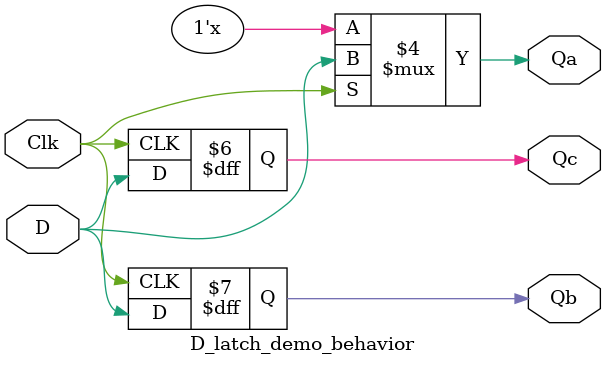
<source format=v>
`timescale 1ns / 1ps


module D_latch_demo_behavior(
    input D,
    input Clk,
    output reg Qa,
    output reg Qb,
    output reg Qc
    );
    
    always @ (*)
        if(Clk)
            begin
                Qa <= D;
            end
            
    always @ (posedge Clk)
            begin
                Qb <= D;
            end
    always @ (negedge Clk)
            begin
                Qc <= D;
            end        

endmodule

</source>
